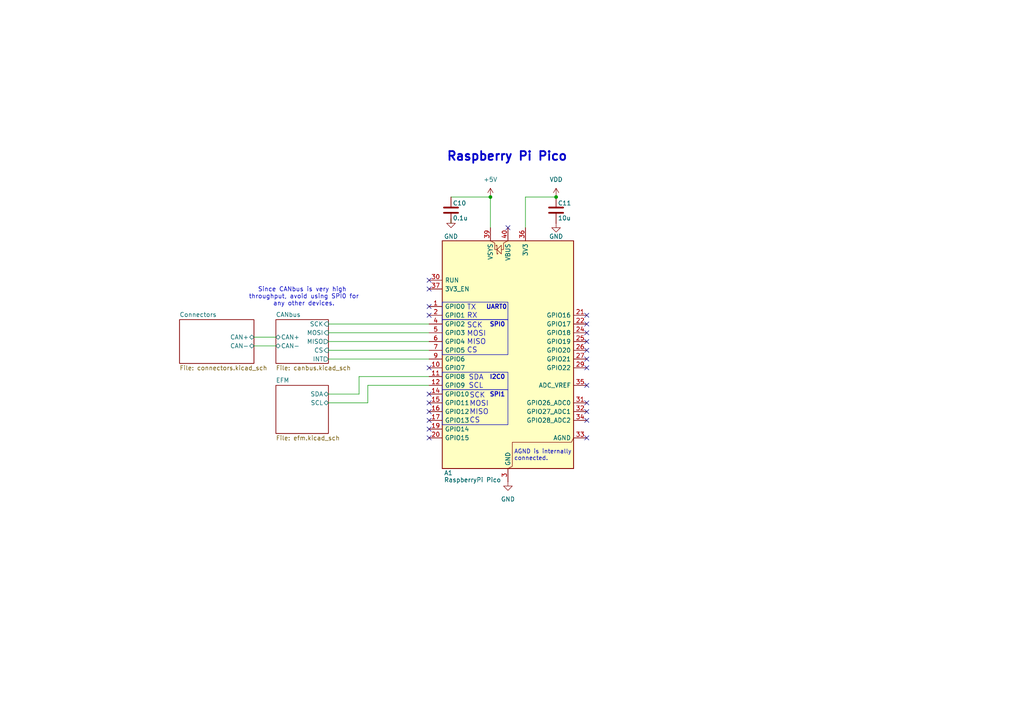
<source format=kicad_sch>
(kicad_sch (version 20250114) (generator "eeschema") (generator_version "9.0")
  (paper "A4")
  (title_block (title "LEOS Microcontroller") (date "2026-02-14") (rev "2") (company "VIP Lightning From the Edge of Space") (comment 1 "Use Pinout.xyz with the Pico 2 for a look at what pins can be configured to.") (comment 2 "We now prefer using sheets to isolate domains.") (comment 3 "Be sure to bump the revision number and rename the root file to your module name.") (comment 4 "Use this sheet to define connections to your components/circuitry."))
  (lib_symbols
    (symbol "Device:C" (pin_numbers (hide yes)) (pin_names (offset 0.254))
      (property "Reference" "C" (at 0.635 2.54 0))
      (property "Value" "C" (at 0.635 -2.54 0))
      (symbol "C_0_1"
        (polyline (pts (xy -2.032 0.762) (xy 2.032 0.762)) (stroke (width 0.508)))
        (polyline (pts (xy -2.032 -0.762) (xy 2.032 -0.762)) (stroke (width 0.508)))
      )
      (symbol "C_1_1"
        (pin passive line (at 0 3.81 270) (length 2.794) (name "~") (number "1"))
        (pin passive line (at 0 -3.81 90) (length 2.794) (name "~") (number "2"))
      )
    )
    (symbol "MCU_Module:RaspberryPi_Pico" (pin_names (offset 0.762))
      (property "Reference" "A" (at -19.05 35.56 0))
      (property "Value" "RaspberryPi_Pico" (at 7.62 35.56 0))
      (symbol "RaspberryPi_Pico_0_1"
        (rectangle (start -19.05 34.29) (end 19.05 -31.75) (stroke (width 0.254)) (fill (type background)))
        (polyline (pts (xy -5.08 34.29) (xy -3.81 33.655) (xy -3.81 31.75) (xy -3.175 31.75)))
        (polyline (pts (xy -3.429 32.766) (xy -3.429 33.02) (xy -3.175 33.02) (xy -3.175 30.48) (xy -2.921 30.48) (xy -2.921 30.734)))
        (polyline (pts (xy -3.175 31.75) (xy -1.905 33.02) (xy -1.905 30.48) (xy -3.175 31.75)))
        (polyline (pts (xy 0 34.29) (xy -1.27 33.655) (xy -1.27 31.75) (xy -1.905 31.75)))
        (polyline (pts (xy 0 -31.75) (xy 1.27 -31.115) (xy 1.27 -24.13) (xy 18.415 -24.13) (xy 19.05 -22.86)))
      )
      (symbol "RaspberryPi_Pico_1_1"
        (pin passive line (at -22.86 22.86 0) (length 3.81) (name "RUN") (number "30"))
        (pin passive line (at -22.86 20.32 0) (length 3.81) (name "3V3_EN") (number "37"))
        (pin bidirectional line (at -22.86 15.24 0) (length 3.81) (name "GPIO0") (number "1"))
        (pin bidirectional line (at -22.86 12.7 0) (length 3.81) (name "GPIO1") (number "2"))
        (pin bidirectional line (at -22.86 10.16 0) (length 3.81) (name "GPIO2") (number "4"))
        (pin bidirectional line (at -22.86 7.62 0) (length 3.81) (name "GPIO3") (number "5"))
        (pin bidirectional line (at -22.86 5.08 0) (length 3.81) (name "GPIO4") (number "6"))
        (pin bidirectional line (at -22.86 2.54 0) (length 3.81) (name "GPIO5") (number "7"))
        (pin bidirectional line (at -22.86 0 0) (length 3.81) (name "GPIO6") (number "9"))
        (pin bidirectional line (at -22.86 -2.54 0) (length 3.81) (name "GPIO7") (number "10"))
        (pin bidirectional line (at -22.86 -5.08 0) (length 3.81) (name "GPIO8") (number "11"))
        (pin bidirectional line (at -22.86 -7.62 0) (length 3.81) (name "GPIO9") (number "12"))
        (pin bidirectional line (at -22.86 -10.16 0) (length 3.81) (name "GPIO10") (number "14"))
        (pin bidirectional line (at -22.86 -12.7 0) (length 3.81) (name "GPIO11") (number "15"))
        (pin bidirectional line (at -22.86 -15.24 0) (length 3.81) (name "GPIO12") (number "16"))
        (pin bidirectional line (at -22.86 -17.78 0) (length 3.81) (name "GPIO13") (number "17"))
        (pin bidirectional line (at -22.86 -20.32 0) (length 3.81) (name "GPIO14") (number "19"))
        (pin bidirectional line (at -22.86 -22.86 0) (length 3.81) (name "GPIO15") (number "20"))
        (pin power_in line (at -5.08 38.1 270) (length 3.81) (name "VSYS") (number "39"))
        (pin power_out line (at 0 38.1 270) (length 3.81) (name "VBUS") (number "40"))
        (pin passive line (at 0 -35.56 90) (length 3.81) (hide yes) (name "GND") (number "13"))
        (pin passive line (at 0 -35.56 90) (length 3.81) (hide yes) (name "GND") (number "18"))
        (pin passive line (at 0 -35.56 90) (length 3.81) (hide yes) (name "GND") (number "23"))
        (pin passive line (at 0 -35.56 90) (length 3.81) (hide yes) (name "GND") (number "28"))
        (pin power_out line (at 0 -35.56 90) (length 3.81) (name "GND") (number "3"))
        (pin passive line (at 0 -35.56 90) (length 3.81) (hide yes) (name "GND") (number "38"))
        (pin passive line (at 0 -35.56 90) (length 3.81) (hide yes) (name "GND") (number "8"))
        (pin power_out line (at 5.08 38.1 270) (length 3.81) (name "3V3") (number "36"))
        (pin bidirectional line (at 22.86 12.7 180) (length 3.81) (name "GPIO16") (number "21"))
        (pin bidirectional line (at 22.86 10.16 180) (length 3.81) (name "GPIO17") (number "22"))
        (pin bidirectional line (at 22.86 7.62 180) (length 3.81) (name "GPIO18") (number "24"))
        (pin bidirectional line (at 22.86 5.08 180) (length 3.81) (name "GPIO19") (number "25"))
        (pin bidirectional line (at 22.86 2.54 180) (length 3.81) (name "GPIO20") (number "26"))
        (pin bidirectional line (at 22.86 0 180) (length 3.81) (name "GPIO21") (number "27"))
        (pin bidirectional line (at 22.86 -2.54 180) (length 3.81) (name "GPIO22") (number "29"))
        (pin power_in line (at 22.86 -7.62 180) (length 3.81) (name "ADC_VREF") (number "35"))
        (pin bidirectional line (at 22.86 -12.7 180) (length 3.81) (name "GPIO26_ADC0") (number "31"))
        (pin bidirectional line (at 22.86 -15.24 180) (length 3.81) (name "GPIO27_ADC1") (number "32"))
        (pin bidirectional line (at 22.86 -17.78 180) (length 3.81) (name "GPIO28_ADC2") (number "34"))
        (pin power_out line (at 22.86 -22.86 180) (length 3.81) (name "AGND") (number "33"))
      )
    )
    (symbol "power:+5V" (power) (pin_numbers (hide yes)) (pin_names (offset 0) (hide yes))
      (property "Value" "+5V" (at 0 3.556 0))
      (symbol "+5V_0_1"
        (polyline (pts (xy -0.762 1.27) (xy 0 2.54)))
        (polyline (pts (xy 0 2.54) (xy 0.762 1.27)))
        (polyline (pts (xy 0 0) (xy 0 2.54)))
      )
      (symbol "+5V_1_1"
        (pin power_in line (at 0 0 90) (length 0) (name "~") (number "1"))
      )
    )
    (symbol "power:GND" (power) (pin_numbers (hide yes)) (pin_names (offset 0) (hide yes))
      (property "Value" "GND" (at 0 -3.81 0))
      (symbol "GND_0_1"
        (polyline (pts (xy 0 0) (xy 0 -1.27) (xy 1.27 -1.27) (xy 0 -2.54) (xy -1.27 -1.27) (xy 0 -1.27)))
      )
      (symbol "GND_1_1"
        (pin power_in line (at 0 0 270) (length 0) (name "~") (number "1"))
      )
    )
    (symbol "power:VDD" (power) (pin_numbers (hide yes)) (pin_names (offset 0) (hide yes))
      (property "Value" "VDD" (at 0 3.556 0))
      (symbol "VDD_0_1"
        (polyline (pts (xy -0.762 1.27) (xy 0 2.54)))
        (polyline (pts (xy 0 2.54) (xy 0.762 1.27)))
        (polyline (pts (xy 0 0) (xy 0 2.54)))
      )
      (symbol "VDD_1_1"
        (pin power_in line (at 0 0 90) (length 0) (name "~") (number "1"))
      )
    )
  )
  (rectangle (start 128.27 92.71) (end 147.32 102.87))
  (rectangle (start 128.27 113.03) (end 147.32 123.19))
  (rectangle (start 128.27 107.95) (end 147.32 113.03))
  (rectangle (start 128.27 87.63) (end 147.32 92.71))
  (text "SPI1" (at 144.272 114.554 0) (effects (font (size 1.27 1.27) (thickness 0.254) (bold yes))))
  (text "Raspberry Pi Pico" (at 147.066 45.466 0) (effects (font (size 2.54 2.54) (thickness 0.508) (bold yes))))
  (text "SCK\nMOSI\nMISO\nCS" (at 135.382 98.044 0) (effects (font (size 1.5 1.5)) (justify left)))
  (text "Since CANbus is very high \nthroughput, avoid using SPI0 for\nany other devices." (at 88.138 86.106 0) (effects (font (size 1.27 1.27))))
  (text "SPI0" (at 144.272 94.234 0) (effects (font (size 1.27 1.27) (thickness 0.254) (bold yes))))
  (text "SDA\nSCL" (at 135.89 110.744 0) (effects (font (size 1.5 1.5)) (justify left)))
  (text "TX\nRX" (at 135.382 90.424 0) (effects (font (size 1.5 1.5)) (justify left)))
  (text "UART0" (at 144.018 89.154 0) (effects (font (size 1.27 1.27) (thickness 0.254) (bold yes))))
  (text "SCK\nMOSI\nMISO\nCS" (at 136.144 118.364 0) (effects (font (size 1.5 1.5)) (justify left)))
  (text "I2C0" (at 144.272 109.474 0) (effects (font (size 1.27 1.27) (thickness 0.254) (bold yes))))
  (text "AGND is internally \nconnected." (at 149.098 132.08 0) (effects (font (size 1.2 1.2)) (justify left)))
  (junction (at 161.29 57.15))
  (junction (at 142.24 57.15))
  (no_connect (at 147.32 66.04))
  (no_connect (at 124.46 114.3))
  (no_connect (at 170.18 106.68))
  (no_connect (at 170.18 99.06))
  (no_connect (at 170.18 93.98))
  (no_connect (at 124.46 83.82))
  (no_connect (at 124.46 106.68))
  (no_connect (at 170.18 119.38))
  (no_connect (at 170.18 127))
  (no_connect (at 124.46 116.84))
  (no_connect (at 170.18 91.44))
  (no_connect (at 124.46 124.46))
  (no_connect (at 124.46 91.44))
  (no_connect (at 124.46 127))
  (no_connect (at 124.46 119.38))
  (no_connect (at 124.46 88.9))
  (no_connect (at 170.18 121.92))
  (no_connect (at 170.18 96.52))
  (no_connect (at 124.46 81.28))
  (no_connect (at 170.18 116.84))
  (no_connect (at 124.46 121.92))
  (no_connect (at 170.18 104.14))
  (no_connect (at 170.18 111.76))
  (no_connect (at 170.18 101.6))
  (wire (pts (xy 73.66 97.79) (xy 80.01 97.79)))
  (wire (pts (xy 95.25 101.6) (xy 124.46 101.6)))
  (wire (pts (xy 130.81 57.15) (xy 142.24 57.15)))
  (wire (pts (xy 95.25 96.52) (xy 124.46 96.52)))
  (wire (pts (xy 106.68 111.76) (xy 124.46 111.76)))
  (wire (pts (xy 104.14 114.3) (xy 104.14 109.22)))
  (wire (pts (xy 95.25 114.3) (xy 104.14 114.3)))
  (wire (pts (xy 142.24 57.15) (xy 142.24 66.04)))
  (wire (pts (xy 95.25 104.14) (xy 124.46 104.14)))
  (wire (pts (xy 152.4 66.04) (xy 152.4 57.15)))
  (wire (pts (xy 106.68 116.84) (xy 106.68 111.76)))
  (wire (pts (xy 73.66 100.33) (xy 80.01 100.33)))
  (wire (pts (xy 95.25 99.06) (xy 124.46 99.06)))
  (wire (pts (xy 152.4 57.15) (xy 161.29 57.15)))
  (wire (pts (xy 104.14 109.22) (xy 124.46 109.22)))
  (wire (pts (xy 95.25 116.84) (xy 106.68 116.84)))
  (wire (pts (xy 130.81 64.77) (xy 130.81 63.5)))
  (wire (pts (xy 95.25 93.98) (xy 124.46 93.98)))
  (symbol (lib_id "MCU_Module:RaspberryPi_Pico") (at 147.32 104.14 0) (unit 1)
    (property "Reference" "A1" (at 128.778 137.16 0) (effects (justify left)))
    (property "Value" "RaspberryPi Pico" (at 128.778 139.192 0) (effects (justify left)))
    (property "Footprint" "Module:RaspberryPi_Pico_Common_THT" (effects (hide yes)))
    (property "Datasheet" "https://datasheets.raspberrypi.com/pico/pico-datasheet.pdf" (effects (hide yes)))
    (property "Description" "Pimoroni Pico Plus 2" (effects (hide yes)))
    (property "Digikey" "1778-PIM724-ND" (effects (hide yes)))
    (property "MPN" "PIM724" (effects (hide yes)))
    (property "Manufacturer" "Pimoroni" (effects (hide yes)))
  )
  (symbol (lib_id "power:GND") (at 130.81 63.5 0) (unit 1)
    (property "Reference" "#PWR019" (effects (hide yes)))
    (property "Value" "GND" (at 130.81 68.58 0))
    (property "Description" "Power symbol creates a global label with name \"GND\" , ground" (effects (hide yes)))
  )
  (symbol (lib_id "power:GND") (at 147.32 139.7 0) (unit 1)
    (property "Reference" "#PWR016" (effects (hide yes)))
    (property "Value" "GND" (at 147.32 144.78 0))
    (property "Description" "Power symbol creates a global label with name \"GND\" , ground" (effects (hide yes)))
  )
  (symbol (lib_id "power:GND") (at 161.29 64.77 0) (unit 1)
    (property "Reference" "#PWR021" (effects (hide yes)))
    (property "Value" "GND" (at 161.29 68.58 0))
    (property "Description" "Power symbol creates a global label with name \"GND\" , ground" (effects (hide yes)))
  )
  (symbol (lib_id "Device:C") (at 161.29 60.96 0) (unit 1)
    (property "Reference" "C11" (at 161.798 58.928 0) (effects (justify left)))
    (property "Value" "10u" (at 161.798 63.246 0) (effects (justify left)))
    (property "Footprint" "Capacitor_SMD:C_0805_2012Metric" (effects (hide yes)))
    (property "Description" "10U 16V X7R 0805" (effects (hide yes)))
    (property "Digikey" "1276-2872-1-ND" (effects (hide yes)))
    (property "Manufacturer" "Samsung Electro-Mechanics" (effects (hide yes)))
    (property "MPN" "CL21B106KOQNNNE" (effects (hide yes)))
    (property "LCSC" "C95841" (effects (hide yes)))
  )
  (symbol (lib_id "power:+5V") (at 142.24 57.15 0) (unit 1)
    (property "Reference" "#PWR020" (effects (hide yes)))
    (property "Value" "+5V" (at 142.24 52.07 0))
    (property "Description" "Power symbol creates a global label with name \"+5V\"" (effects (hide yes)))
  )
  (symbol (lib_id "power:VDD") (at 161.29 57.15 0) (unit 1)
    (property "Reference" "#PWR022" (effects (hide yes)))
    (property "Value" "VDD" (at 161.29 52.07 0))
    (property "Description" "Power symbol creates a global label with name \"VDD\"" (effects (hide yes)))
  )
  (symbol (lib_id "Device:C") (at 130.81 60.96 0) (unit 1)
    (property "Reference" "C10" (at 131.318 58.928 0) (effects (justify left)))
    (property "Value" "0.1u" (at 131.318 63.246 0) (effects (justify left)))
    (property "Footprint" "Capacitor_SMD:C_0603_1608Metric" (effects (hide yes)))
    (property "Description" "0.1U 50V X7R 0603" (effects (hide yes)))
    (property "Digikey" "1276-CL10B104KB8NNNLCT-ND" (effects (hide yes)))
    (property "LCSC" "C913912" (effects (hide yes)))
    (property "MPN" "CL10B104KB8NNNL" (effects (hide yes)))
    (property "Manufacturer" "Samsung Electro-Mechanics" (effects (hide yes)))
  )
  (sheet (at 52.07 92.71) (size 21.59 12.7) (stroke (width 0.1524))
    (property "Sheetname" "Connectors" (at 52.07 91.9984 0) (effects (justify left bottom)))
    (property "Sheetfile" "connectors.kicad_sch" (at 52.07 105.9946 0) (effects (justify left top)))
    (pin "CAN+" bidirectional (at 73.66 97.79 0))
    (pin "CAN-" bidirectional (at 73.66 100.33 0))
  )
  (sheet (at 80.01 92.71) (size 15.24 12.7) (stroke (width 0.1524))
    (property "Sheetname" "CANbus" (at 80.01 91.9984 0) (effects (justify left bottom)))
    (property "Sheetfile" "canbus.kicad_sch" (at 80.01 105.9946 0) (effects (justify left top)))
    (pin "CS" input (at 95.25 101.6 0))
    (pin "MOSI" input (at 95.25 96.52 0))
    (pin "SCK" input (at 95.25 93.98 0))
    (pin "CAN+" bidirectional (at 80.01 97.79 180))
    (pin "CAN-" bidirectional (at 80.01 100.33 180))
    (pin "INT" output (at 95.25 104.14 0))
    (pin "MISO" output (at 95.25 99.06 0))
  )
  (sheet (at 80.01 111.76) (size 15.24 13.97) (stroke (width 0.1524))
    (property "Sheetname" "EFM" (at 80.01 111.0484 0) (effects (justify left bottom)))
    (property "Sheetfile" "efm.kicad_sch" (at 80.01 126.3146 0) (effects (justify left top)))
    (pin "SCL" bidirectional (at 95.25 116.84 0))
    (pin "SDA" bidirectional (at 95.25 114.3 0))
  )
)
</source>
